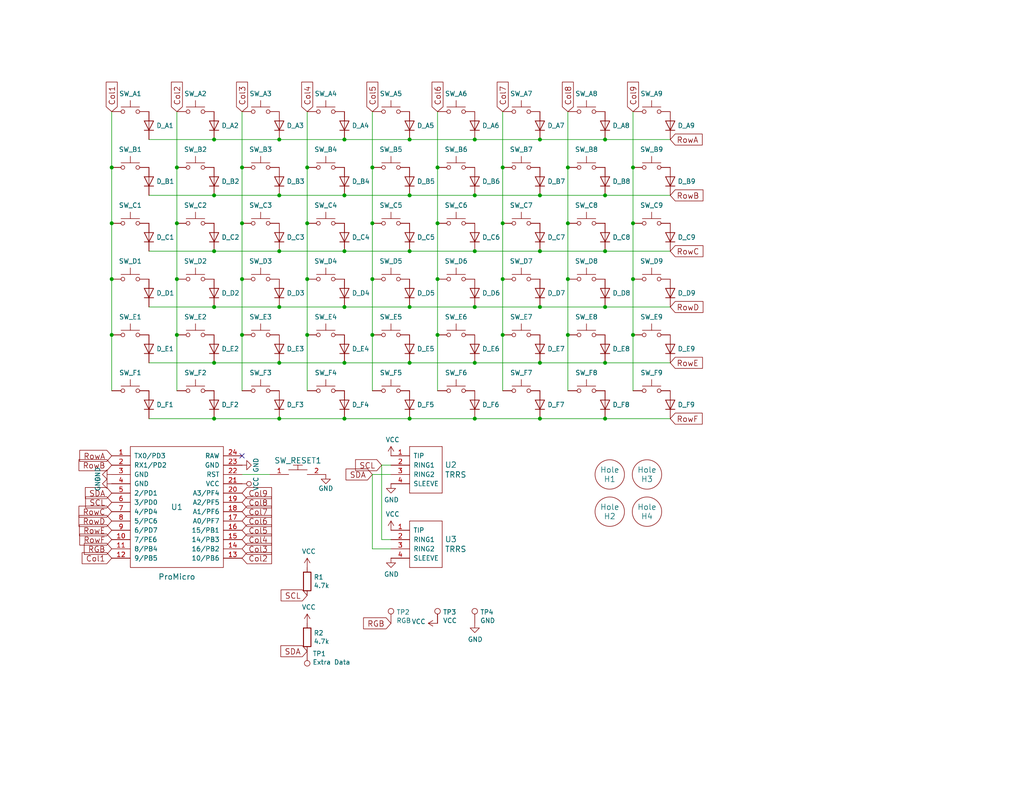
<source format=kicad_sch>
(kicad_sch (version 20230121) (generator eeschema)
  (paper "USLetter")
  (lib_symbols
    (symbol "Switch:SW_Push" (pin_numbers hide) (pin_names (offset 1.016) hide)
      (property "Reference" "SW" (at 1.27 2.54 0))
      (property "Value" "SW_Push" (at 0 -1.524 0))
      (symbol "SW_Push_0_1"
        (circle (center -2.032 0) (radius 0.508))
        (polyline (pts (xy 0 1.27) (xy 0 3.048)))
        (polyline (pts (xy 2.54 1.27) (xy -2.54 1.27)))
        (circle (center 2.032 0) (radius 0.508))
        (pin passive line (at -5.08 0 0) (length 2.54) (name "1") (number "1"))
        (pin passive line (at 5.08 0 180) (length 2.54) (name "2") (number "2"))
      )
    )
    (symbol "bfo9000-rescue:D-device" (pin_numbers hide) (pin_names (offset 1.016) hide)
      (property "Reference" "D" (at 0 2.54 0))
      (property "Value" "D-device" (at 0 -2.54 0))
      (symbol "D-device_0_1"
        (polyline (pts (xy -1.27 1.27) (xy -1.27 -1.27)) (stroke (width 0.2032)))
        (polyline (pts (xy 1.27 0) (xy -1.27 0)))
        (polyline (pts (xy 1.27 1.27) (xy 1.27 -1.27) (xy -1.27 0) (xy 1.27 1.27)) (stroke (width 0.2032)))
      )
      (symbol "D-device_1_1"
        (pin passive line (at -3.81 0 0) (length 2.54) (name "K") (number "1"))
        (pin passive line (at 3.81 0 180) (length 2.54) (name "A") (number "2"))
      )
    )
    (symbol "bfo9000-rescue:GND-RESCUE-bfo9000" (power) (pin_names (offset 0))
      (property "Value" "GND-RESCUE-bfo9000" (at 0 -3.81 0))
      (symbol "GND-RESCUE-bfo9000_0_1"
        (polyline (pts (xy 0 0) (xy 0 -1.27) (xy 1.27 -1.27) (xy 0 -2.54) (xy -1.27 -1.27) (xy 0 -1.27)))
      )
      (symbol "GND-RESCUE-bfo9000_1_1"
        (pin power_in line (at 0 0 270) (length 0) hide (name "GND") (number "1"))
      )
    )
    (symbol "bfo9000-rescue:Hole-RESCUE-bfo9000" (pin_names (offset 1.016))
      (property "Reference" "H" (at 0 -1.27 0))
      (property "Value" "Hole-RESCUE-bfo9000" (at 0 1.27 0))
      (symbol "Hole-RESCUE-bfo9000_0_1"
        (circle (center 0 0) (radius 4.0132))
      )
    )
    (symbol "bfo9000-rescue:ProMicro-RESCUE-bfo9000" (pin_names (offset 1.016))
      (property "Reference" "U" (at 0 0 0))
      (property "Value" "ProMicro-RESCUE-bfo9000" (at 0 -19.05 0))
      (symbol "ProMicro-RESCUE-bfo9000_0_1"
        (rectangle (start -12.7 -16.51) (end 12.7 16.51))
      )
      (symbol "ProMicro-RESCUE-bfo9000_1_1"
        (pin input line (at -17.78 13.97 0) (length 5.08) (name "TX0/PD3") (number "1"))
        (pin input line (at -17.78 -8.89 0) (length 5.08) (name "7/PE6") (number "10"))
        (pin input line (at -17.78 -11.43 0) (length 5.08) (name "8/PB4") (number "11"))
        (pin input line (at -17.78 -13.97 0) (length 5.08) (name "9/PB5") (number "12"))
        (pin input line (at 17.78 -13.97 180) (length 5.08) (name "10/PB6") (number "13"))
        (pin input line (at 17.78 -11.43 180) (length 5.08) (name "16/PB2") (number "14"))
        (pin input line (at 17.78 -8.89 180) (length 5.08) (name "14/PB3") (number "15"))
        (pin input line (at 17.78 -6.35 180) (length 5.08) (name "15/PB1") (number "16"))
        (pin input line (at 17.78 -3.81 180) (length 5.08) (name "A0/PF7") (number "17"))
        (pin input line (at 17.78 -1.27 180) (length 5.08) (name "A1/PF6") (number "18"))
        (pin input line (at 17.78 1.27 180) (length 5.08) (name "A2/PF5") (number "19"))
        (pin input line (at -17.78 11.43 0) (length 5.08) (name "RX1/PD2") (number "2"))
        (pin input line (at 17.78 3.81 180) (length 5.08) (name "A3/PF4") (number "20"))
        (pin input line (at 17.78 6.35 180) (length 5.08) (name "VCC") (number "21"))
        (pin input line (at 17.78 8.89 180) (length 5.08) (name "RST") (number "22"))
        (pin input line (at 17.78 11.43 180) (length 5.08) (name "GND") (number "23"))
        (pin input line (at 17.78 13.97 180) (length 5.08) (name "RAW") (number "24"))
        (pin input line (at -17.78 8.89 0) (length 5.08) (name "GND") (number "3"))
        (pin input line (at -17.78 6.35 0) (length 5.08) (name "GND") (number "4"))
        (pin input line (at -17.78 3.81 0) (length 5.08) (name "2/PD1") (number "5"))
        (pin input line (at -17.78 1.27 0) (length 5.08) (name "3/PD0") (number "6"))
        (pin input line (at -17.78 -1.27 0) (length 5.08) (name "4/PD4") (number "7"))
        (pin input line (at -17.78 -3.81 0) (length 5.08) (name "5/PC6") (number "8"))
        (pin input line (at -17.78 -6.35 0) (length 5.08) (name "6/PD7") (number "9"))
      )
    )
    (symbol "bfo9000-rescue:R-device" (pin_numbers hide) (pin_names (offset 0))
      (property "Reference" "R" (at 2.032 0 90))
      (property "Value" "R-device" (at 0 0 90))
      (symbol "R-device_0_1"
        (rectangle (start -1.016 -2.54) (end 1.016 2.54) (stroke (width 0.254)))
      )
      (symbol "R-device_1_1"
        (pin passive line (at 0 3.81 270) (length 1.27) (name "~") (number "1"))
        (pin passive line (at 0 -3.81 90) (length 1.27) (name "~") (number "2"))
      )
    )
    (symbol "bfo9000-rescue:Switch-RESCUE-bfo9000" (pin_names (offset 1.016))
      (property "Reference" "SW" (at 0 3.81 0))
      (symbol "Switch-RESCUE-bfo9000_0_1"
        (polyline (pts (xy -2.54 1.27) (xy 2.54 1.27)))
        (polyline (pts (xy -1.27 2.54) (xy 1.27 2.54)))
        (polyline (pts (xy 0 2.54) (xy 0 1.27)))
      )
      (symbol "Switch-RESCUE-bfo9000_1_1"
        (pin input line (at -7.62 0 0) (length 5.08) (name "~") (number "1"))
        (pin input line (at 7.62 0 180) (length 5.08) (name "~") (number "2"))
      )
    )
    (symbol "bfo9000-rescue:TRRS-keebio" (pin_names (offset 1.016))
      (property "Reference" "U" (at 0 15.24 0))
      (property "Value" "TRRS-keebio" (at 0 -2.54 0))
      (symbol "TRRS-keebio_0_1"
        (rectangle (start -3.81 0) (end -3.81 12.7))
        (rectangle (start -3.81 12.7) (end 5.08 12.7))
        (rectangle (start 5.08 0) (end -3.81 0))
        (rectangle (start 5.08 12.7) (end 5.08 0))
      )
      (symbol "TRRS-keebio_1_1"
        (pin input line (at -8.89 10.16 0) (length 5.08) (name "TIP") (number "1"))
        (pin input line (at -8.89 7.62 0) (length 5.08) (name "RING1") (number "2"))
        (pin input line (at -8.89 5.08 0) (length 5.08) (name "RING2") (number "3"))
        (pin input line (at -8.89 2.54 0) (length 5.08) (name "SLEEVE") (number "4"))
      )
    )
    (symbol "bfo9000-rescue:Test_Point-Connector" (pin_numbers hide) (pin_names (offset 0.762) hide)
      (property "Reference" "TP" (at 0 6.858 0))
      (property "Value" "Test_Point-Connector" (at 0 5.08 0))
      (symbol "Test_Point-Connector_0_1"
        (circle (center 0 3.302) (radius 0.762))
      )
      (symbol "Test_Point-Connector_1_1"
        (pin passive line (at 0 0 90) (length 2.54) (name "1") (number "1"))
      )
    )
    (symbol "bfo9000-rescue:VCC-RESCUE-bfo9000" (power) (pin_names (offset 0))
      (property "Value" "VCC-RESCUE-bfo9000" (at 0 3.81 0))
      (symbol "VCC-RESCUE-bfo9000_0_1"
        (polyline (pts (xy 0 0) (xy 0 1.27)))
        (circle (center 0 1.905) (radius 0.635))
      )
      (symbol "VCC-RESCUE-bfo9000_1_1"
        (pin power_in line (at 0 0 90) (length 0) hide (name "VCC") (number "1"))
      )
    )
    (symbol "power:GND" (power) (pin_names (offset 0))
      (property "Value" "GND" (at 0 -3.81 0))
      (symbol "GND_0_1"
        (polyline (pts (xy 0 0) (xy 0 -1.27) (xy 1.27 -1.27) (xy 0 -2.54) (xy -1.27 -1.27) (xy 0 -1.27)))
      )
      (symbol "GND_1_1"
        (pin power_in line (at 0 0 270) (length 0) hide (name "GND") (number "1"))
      )
    )
    (symbol "power:VCC" (power) (pin_names (offset 0))
      (property "Value" "VCC" (at 0 3.81 0))
      (symbol "VCC_0_1"
        (polyline (pts (xy -0.762 1.27) (xy 0 2.54)))
        (polyline (pts (xy 0 0) (xy 0 2.54)))
        (polyline (pts (xy 0 2.54) (xy 0.762 1.27)))
      )
      (symbol "VCC_1_1"
        (pin power_in line (at 0 0 90) (length 0) hide (name "VCC") (number "1"))
      )
    )
  )
  (junction (at 101.6 91.44))
  (junction (at 137.16 60.96))
  (junction (at 129.54 99.06))
  (junction (at 172.72 76.2))
  (junction (at 76.2 38.1))
  (junction (at 165.1 99.06))
  (junction (at 111.76 114.3))
  (junction (at 83.82 45.72))
  (junction (at 165.1 38.1))
  (junction (at 154.94 76.2))
  (junction (at 119.38 91.44))
  (junction (at 58.42 83.82))
  (junction (at 48.26 45.72))
  (junction (at 129.54 53.34))
  (junction (at 93.98 114.3))
  (junction (at 165.1 53.34))
  (junction (at 137.16 76.2))
  (junction (at 111.76 53.34))
  (junction (at 172.72 91.44))
  (junction (at 147.32 68.58))
  (junction (at 58.42 114.3))
  (junction (at 76.2 83.82))
  (junction (at 111.76 83.82))
  (junction (at 129.54 83.82))
  (junction (at 129.54 68.58))
  (junction (at 119.38 60.96))
  (junction (at 83.82 91.44))
  (junction (at 93.98 68.58))
  (junction (at 76.2 99.06))
  (junction (at 154.94 45.72))
  (junction (at 137.16 45.72))
  (junction (at 66.04 76.2))
  (junction (at 66.04 91.44))
  (junction (at 111.76 68.58))
  (junction (at 101.6 45.72))
  (junction (at 48.26 91.44))
  (junction (at 101.6 76.2))
  (junction (at 30.48 60.96))
  (junction (at 147.32 38.1))
  (junction (at 58.42 68.58))
  (junction (at 129.54 114.3))
  (junction (at 111.76 99.06))
  (junction (at 58.42 99.06))
  (junction (at 66.04 45.72))
  (junction (at 83.82 76.2))
  (junction (at 93.98 83.82))
  (junction (at 30.48 45.72))
  (junction (at 147.32 83.82))
  (junction (at 48.26 60.96))
  (junction (at 93.98 53.34))
  (junction (at 165.1 83.82))
  (junction (at 58.42 53.34))
  (junction (at 147.32 114.3))
  (junction (at 76.2 68.58))
  (junction (at 172.72 60.96))
  (junction (at 93.98 38.1))
  (junction (at 66.04 60.96))
  (junction (at 129.54 38.1))
  (junction (at 76.2 53.34))
  (junction (at 154.94 91.44))
  (junction (at 101.6 60.96))
  (junction (at 111.76 38.1))
  (junction (at 30.48 76.2))
  (junction (at 58.42 38.1))
  (junction (at 76.2 114.3))
  (junction (at 165.1 114.3))
  (junction (at 119.38 45.72))
  (junction (at 172.72 45.72))
  (junction (at 83.82 60.96))
  (junction (at 137.16 91.44))
  (junction (at 165.1 68.58))
  (junction (at 93.98 99.06))
  (junction (at 30.48 91.44))
  (junction (at 48.26 76.2))
  (junction (at 119.38 76.2))
  (junction (at 147.32 53.34))
  (junction (at 147.32 99.06))
  (junction (at 154.94 60.96))
  (no_connect (at 66.04 124.46))
  (wire (pts (xy 147.32 83.82) (xy 129.54 83.82)))
  (wire (pts (xy 172.72 91.44) (xy 172.72 106.68)))
  (wire (pts (xy 165.1 114.3) (xy 147.32 114.3)))
  (wire (pts (xy 104.14 147.32) (xy 104.14 127)))
  (wire (pts (xy 101.6 149.86) (xy 106.68 149.86)))
  (wire (pts (xy 30.48 60.96) (xy 30.48 45.72)))
  (wire (pts (xy 76.2 38.1) (xy 93.98 38.1)))
  (wire (pts (xy 93.98 68.58) (xy 111.76 68.58)))
  (wire (pts (xy 119.38 60.96) (xy 119.38 45.72)))
  (wire (pts (xy 154.94 91.44) (xy 154.94 76.2)))
  (wire (pts (xy 66.04 106.68) (xy 66.04 91.44)))
  (wire (pts (xy 48.26 45.72) (xy 48.26 30.48)))
  (wire (pts (xy 129.54 53.34) (xy 147.32 53.34)))
  (wire (pts (xy 83.82 45.72) (xy 83.82 30.48)))
  (wire (pts (xy 76.2 83.82) (xy 58.42 83.82)))
  (wire (pts (xy 129.54 68.58) (xy 147.32 68.58)))
  (wire (pts (xy 147.32 99.06) (xy 165.1 99.06)))
  (wire (pts (xy 129.54 99.06) (xy 147.32 99.06)))
  (wire (pts (xy 106.68 129.54) (xy 101.6 129.54)))
  (wire (pts (xy 73.66 129.54) (xy 66.04 129.54)))
  (wire (pts (xy 30.48 106.68) (xy 30.48 91.44)))
  (wire (pts (xy 165.1 68.58) (xy 182.88 68.58)))
  (wire (pts (xy 101.6 129.54) (xy 101.6 149.86)))
  (wire (pts (xy 93.98 83.82) (xy 76.2 83.82)))
  (wire (pts (xy 119.38 106.68) (xy 119.38 91.44)))
  (wire (pts (xy 83.82 106.68) (xy 83.82 91.44)))
  (wire (pts (xy 104.14 127) (xy 106.68 127)))
  (wire (pts (xy 93.98 99.06) (xy 111.76 99.06)))
  (wire (pts (xy 76.2 99.06) (xy 93.98 99.06)))
  (wire (pts (xy 58.42 83.82) (xy 40.64 83.82)))
  (wire (pts (xy 172.72 76.2) (xy 172.72 91.44)))
  (wire (pts (xy 154.94 76.2) (xy 154.94 60.96)))
  (wire (pts (xy 30.48 91.44) (xy 30.48 76.2)))
  (wire (pts (xy 111.76 83.82) (xy 93.98 83.82)))
  (wire (pts (xy 137.16 91.44) (xy 137.16 76.2)))
  (wire (pts (xy 66.04 91.44) (xy 66.04 76.2)))
  (wire (pts (xy 83.82 91.44) (xy 83.82 76.2)))
  (wire (pts (xy 48.26 60.96) (xy 48.26 45.72)))
  (wire (pts (xy 66.04 60.96) (xy 66.04 45.72)))
  (wire (pts (xy 111.76 53.34) (xy 129.54 53.34)))
  (wire (pts (xy 66.04 76.2) (xy 66.04 60.96)))
  (wire (pts (xy 154.94 60.96) (xy 154.94 45.72)))
  (wire (pts (xy 93.98 114.3) (xy 76.2 114.3)))
  (wire (pts (xy 58.42 38.1) (xy 76.2 38.1)))
  (wire (pts (xy 165.1 83.82) (xy 147.32 83.82)))
  (wire (pts (xy 101.6 91.44) (xy 101.6 76.2)))
  (wire (pts (xy 182.88 114.3) (xy 165.1 114.3)))
  (wire (pts (xy 30.48 45.72) (xy 30.48 30.48)))
  (wire (pts (xy 76.2 114.3) (xy 58.42 114.3)))
  (wire (pts (xy 111.76 68.58) (xy 129.54 68.58)))
  (wire (pts (xy 165.1 53.34) (xy 182.88 53.34)))
  (wire (pts (xy 76.2 68.58) (xy 93.98 68.58)))
  (wire (pts (xy 111.76 38.1) (xy 129.54 38.1)))
  (wire (pts (xy 147.32 53.34) (xy 165.1 53.34)))
  (wire (pts (xy 154.94 45.72) (xy 154.94 30.48)))
  (wire (pts (xy 48.26 91.44) (xy 48.26 76.2)))
  (wire (pts (xy 172.72 45.72) (xy 172.72 60.96)))
  (wire (pts (xy 83.82 60.96) (xy 83.82 45.72)))
  (wire (pts (xy 129.54 114.3) (xy 111.76 114.3)))
  (wire (pts (xy 106.68 147.32) (xy 104.14 147.32)))
  (wire (pts (xy 40.64 99.06) (xy 58.42 99.06)))
  (wire (pts (xy 147.32 38.1) (xy 165.1 38.1)))
  (wire (pts (xy 101.6 45.72) (xy 101.6 30.48)))
  (wire (pts (xy 111.76 114.3) (xy 93.98 114.3)))
  (wire (pts (xy 58.42 53.34) (xy 76.2 53.34)))
  (wire (pts (xy 30.48 76.2) (xy 30.48 60.96)))
  (wire (pts (xy 165.1 38.1) (xy 182.88 38.1)))
  (wire (pts (xy 58.42 99.06) (xy 76.2 99.06)))
  (wire (pts (xy 101.6 60.96) (xy 101.6 45.72)))
  (wire (pts (xy 93.98 53.34) (xy 111.76 53.34)))
  (wire (pts (xy 137.16 76.2) (xy 137.16 60.96)))
  (wire (pts (xy 48.26 76.2) (xy 48.26 60.96)))
  (wire (pts (xy 172.72 60.96) (xy 172.72 76.2)))
  (wire (pts (xy 48.26 106.68) (xy 48.26 91.44)))
  (wire (pts (xy 129.54 38.1) (xy 147.32 38.1)))
  (wire (pts (xy 111.76 99.06) (xy 129.54 99.06)))
  (wire (pts (xy 40.64 38.1) (xy 58.42 38.1)))
  (wire (pts (xy 66.04 45.72) (xy 66.04 30.48)))
  (wire (pts (xy 40.64 68.58) (xy 58.42 68.58)))
  (wire (pts (xy 101.6 76.2) (xy 101.6 60.96)))
  (wire (pts (xy 40.64 53.34) (xy 58.42 53.34)))
  (wire (pts (xy 147.32 114.3) (xy 129.54 114.3)))
  (wire (pts (xy 83.82 76.2) (xy 83.82 60.96)))
  (wire (pts (xy 154.94 106.68) (xy 154.94 91.44)))
  (wire (pts (xy 147.32 68.58) (xy 165.1 68.58)))
  (wire (pts (xy 165.1 99.06) (xy 182.88 99.06)))
  (wire (pts (xy 119.38 76.2) (xy 119.38 60.96)))
  (wire (pts (xy 101.6 106.68) (xy 101.6 91.44)))
  (wire (pts (xy 137.16 60.96) (xy 137.16 45.72)))
  (wire (pts (xy 137.16 106.68) (xy 137.16 91.44)))
  (wire (pts (xy 172.72 30.48) (xy 172.72 45.72)))
  (wire (pts (xy 93.98 38.1) (xy 111.76 38.1)))
  (wire (pts (xy 58.42 114.3) (xy 40.64 114.3)))
  (wire (pts (xy 119.38 45.72) (xy 119.38 30.48)))
  (wire (pts (xy 119.38 91.44) (xy 119.38 76.2)))
  (wire (pts (xy 182.88 83.82) (xy 165.1 83.82)))
  (wire (pts (xy 76.2 53.34) (xy 93.98 53.34)))
  (wire (pts (xy 137.16 45.72) (xy 137.16 30.48)))
  (wire (pts (xy 58.42 68.58) (xy 76.2 68.58)))
  (wire (pts (xy 129.54 83.82) (xy 111.76 83.82)))
  (global_label "Col1" (shape input) (at 30.48 30.48 90) (effects (font (size 1.524 1.524))) (property "Intersheetrefs" "${INTERSHEET_REFS}" (effects hide)))
  (global_label "Col7" (shape input) (at 137.16 30.48 90) (effects (font (size 1.524 1.524))) (property "Intersheetrefs" "${INTERSHEET_REFS}" (effects hide)))
  (global_label "RowD" (shape input) (at 30.48 142.24 180) (effects (font (size 1.524 1.524))) (property "Intersheetrefs" "${INTERSHEET_REFS}" (effects hide)))
  (global_label "RowB" (shape input) (at 182.88 53.34 0) (effects (font (size 1.524 1.524))) (property "Intersheetrefs" "${INTERSHEET_REFS}" (effects hide)))
  (global_label "RowC" (shape input) (at 182.88 68.58 0) (effects (font (size 1.524 1.524))) (property "Intersheetrefs" "${INTERSHEET_REFS}" (effects hide)))
  (global_label "Col4" (shape input) (at 66.04 147.32 0) (effects (font (size 1.524 1.524))) (property "Intersheetrefs" "${INTERSHEET_REFS}" (effects hide)))
  (global_label "Col9" (shape input) (at 172.72 30.48 90) (effects (font (size 1.524 1.524))) (property "Intersheetrefs" "${INTERSHEET_REFS}" (effects hide)))
  (global_label "Col6" (shape input) (at 66.04 142.24 0) (effects (font (size 1.524 1.524))) (property "Intersheetrefs" "${INTERSHEET_REFS}" (effects hide)))
  (global_label "Col6" (shape input) (at 119.38 30.48 90) (effects (font (size 1.524 1.524))) (property "Intersheetrefs" "${INTERSHEET_REFS}" (effects hide)))
  (global_label "RGB" (shape input) (at 30.48 149.86 180) (effects (font (size 1.524 1.524))) (property "Intersheetrefs" "${INTERSHEET_REFS}" (effects hide)))
  (global_label "Col8" (shape input) (at 66.04 137.16 0) (effects (font (size 1.524 1.524))) (property "Intersheetrefs" "${INTERSHEET_REFS}" (effects hide)))
  (global_label "RowF" (shape input) (at 182.88 114.3 0) (effects (font (size 1.524 1.524))) (property "Intersheetrefs" "${INTERSHEET_REFS}" (effects hide)))
  (global_label "Col4" (shape input) (at 83.82 30.48 90) (effects (font (size 1.524 1.524))) (property "Intersheetrefs" "${INTERSHEET_REFS}" (effects hide)))
  (global_label "Col2" (shape input) (at 48.26 30.48 90) (effects (font (size 1.524 1.524))) (property "Intersheetrefs" "${INTERSHEET_REFS}" (effects hide)))
  (global_label "Col8" (shape input) (at 154.94 30.48 90) (effects (font (size 1.524 1.524))) (property "Intersheetrefs" "${INTERSHEET_REFS}" (effects hide)))
  (global_label "RowA" (shape input) (at 30.48 124.46 180) (effects (font (size 1.524 1.524))) (property "Intersheetrefs" "${INTERSHEET_REFS}" (effects hide)))
  (global_label "Col3" (shape input) (at 66.04 30.48 90) (effects (font (size 1.524 1.524))) (property "Intersheetrefs" "${INTERSHEET_REFS}" (effects hide)))
  (global_label "SDA" (shape input) (at 30.48 134.62 180) (effects (font (size 1.524 1.524))) (property "Intersheetrefs" "${INTERSHEET_REFS}" (effects hide)))
  (global_label "SCL" (shape input) (at 104.14 127 180) (effects (font (size 1.524 1.524))) (property "Intersheetrefs" "${INTERSHEET_REFS}" (effects hide)))
  (global_label "SCL" (shape input) (at 30.48 137.16 180) (effects (font (size 1.524 1.524))) (property "Intersheetrefs" "${INTERSHEET_REFS}" (effects hide)))
  (global_label "RowC" (shape input) (at 30.48 139.7 180) (effects (font (size 1.524 1.524))) (property "Intersheetrefs" "${INTERSHEET_REFS}" (effects hide)))
  (global_label "Col1" (shape input) (at 30.48 152.4 180) (effects (font (size 1.524 1.524))) (property "Intersheetrefs" "${INTERSHEET_REFS}" (effects hide)))
  (global_label "Col2" (shape input) (at 66.04 152.4 0) (effects (font (size 1.524 1.524))) (property "Intersheetrefs" "${INTERSHEET_REFS}" (effects hide)))
  (global_label "RowA" (shape input) (at 182.88 38.1 0) (effects (font (size 1.524 1.524))) (property "Intersheetrefs" "${INTERSHEET_REFS}" (effects hide)))
  (global_label "RowE" (shape input) (at 182.88 99.06 0) (effects (font (size 1.524 1.524))) (property "Intersheetrefs" "${INTERSHEET_REFS}" (effects hide)))
  (global_label "SDA" (shape input) (at 101.6 129.54 180) (effects (font (size 1.524 1.524))) (property "Intersheetrefs" "${INTERSHEET_REFS}" (effects hide)))
  (global_label "Col7" (shape input) (at 66.04 139.7 0) (effects (font (size 1.524 1.524))) (property "Intersheetrefs" "${INTERSHEET_REFS}" (effects hide)))
  (global_label "SCL" (shape input) (at 83.82 162.56 180) (effects (font (size 1.524 1.524))) (property "Intersheetrefs" "${INTERSHEET_REFS}" (effects hide)))
  (global_label "Col5" (shape input) (at 101.6 30.48 90) (effects (font (size 1.524 1.524))) (property "Intersheetrefs" "${INTERSHEET_REFS}" (effects hide)))
  (global_label "RGB" (shape input) (at 106.68 170.18 180) (effects (font (size 1.524 1.524))) (property "Intersheetrefs" "${INTERSHEET_REFS}" (effects hide)))
  (global_label "RowB" (shape input) (at 30.48 127 180) (effects (font (size 1.524 1.524))) (property "Intersheetrefs" "${INTERSHEET_REFS}" (effects hide)))
  (global_label "RowD" (shape input) (at 182.88 83.82 0) (effects (font (size 1.524 1.524))) (property "Intersheetrefs" "${INTERSHEET_REFS}" (effects hide)))
  (global_label "RowE" (shape input) (at 30.48 144.78 180) (effects (font (size 1.524 1.524))) (property "Intersheetrefs" "${INTERSHEET_REFS}" (effects hide)))
  (global_label "Col3" (shape input) (at 66.04 149.86 0) (effects (font (size 1.524 1.524))) (property "Intersheetrefs" "${INTERSHEET_REFS}" (effects hide)))
  (global_label "SDA" (shape input) (at 83.82 177.8 180) (effects (font (size 1.524 1.524))) (property "Intersheetrefs" "${INTERSHEET_REFS}" (effects hide)))
  (global_label "Col9" (shape input) (at 66.04 134.62 0) (effects (font (size 1.524 1.524))) (property "Intersheetrefs" "${INTERSHEET_REFS}" (effects hide)))
  (global_label "RowF" (shape input) (at 30.48 147.32 180) (effects (font (size 1.524 1.524))) (property "Intersheetrefs" "${INTERSHEET_REFS}" (effects hide)))
  (global_label "Col5" (shape input) (at 66.04 144.78 0) (effects (font (size 1.524 1.524))) (property "Intersheetrefs" "${INTERSHEET_REFS}" (effects hide)))
  (symbol (lib_id "bfo9000-rescue:ProMicro-RESCUE-bfo9000") (at 48.26 138.43 0) (unit 1)
    (property "Reference" "U1" (at 48.26 138.43 0) (effects (font (size 1.524 1.524))))
    (property "Value" "ProMicro" (at 48.26 157.48 0) (effects (font (size 1.524 1.524))))
    (property "Footprint" "Keebio-Parts:ArduinoProMicro-ZigZag" (effects hide))
  )
  (symbol (lib_id "bfo9000-rescue:GND-RESCUE-bfo9000") (at 30.48 129.54 270) (unit 1)
    (property "Reference" "#PWR07" (effects hide))
    (property "Value" "GND" (at 26.67 129.54 0))
  )
  (symbol (lib_id "bfo9000-rescue:GND-RESCUE-bfo9000") (at 30.48 132.08 270) (unit 1)
    (property "Reference" "#PWR08" (effects hide))
    (property "Value" "GND" (at 26.67 132.08 0))
  )
  (symbol (lib_id "bfo9000-rescue:GND-RESCUE-bfo9000") (at 66.04 127 90) (unit 1)
    (property "Reference" "#PWR09" (effects hide))
    (property "Value" "GND" (at 69.85 127 0))
  )
  (symbol (lib_id "bfo9000-rescue:Switch-RESCUE-bfo9000") (at 81.28 129.54 0) (unit 1)
    (property "Reference" "SW_RESET1" (at 81.28 125.73 0) (effects (font (size 1.524 1.524))))
    (property "Value" "Reset" (effects hide))
    (property "Footprint" "Keebio-Parts:SW_SPST_TL3342" (effects hide))
  )
  (symbol (lib_id "bfo9000-rescue:GND-RESCUE-bfo9000") (at 88.9 129.54 0) (unit 1)
    (property "Reference" "#PWR011" (effects hide))
    (property "Value" "GND" (at 88.9 133.35 0))
  )
  (symbol (lib_id "bfo9000-rescue:VCC-RESCUE-bfo9000") (at 66.04 132.08 270) (unit 1)
    (property "Reference" "#PWR010" (effects hide))
    (property "Value" "VCC" (at 69.85 132.08 0))
  )
  (symbol (lib_id "bfo9000-rescue:Hole-RESCUE-bfo9000") (at 166.37 129.54 0) (unit 1)
    (property "Reference" "H1" (at 166.37 130.81 0) (effects (font (size 1.524 1.524))))
    (property "Value" "Hole" (at 166.37 128.27 0) (effects (font (size 1.524 1.524))))
    (property "Footprint" "Mounting_Holes:MountingHole_4mm" (effects hide))
  )
  (symbol (lib_id "bfo9000-rescue:Hole-RESCUE-bfo9000") (at 176.53 129.54 0) (unit 1)
    (property "Reference" "H3" (at 176.53 130.81 0) (effects (font (size 1.524 1.524))))
    (property "Value" "Hole" (at 176.53 128.27 0) (effects (font (size 1.524 1.524))))
    (property "Footprint" "Mounting_Holes:MountingHole_4mm" (effects hide))
  )
  (symbol (lib_id "bfo9000-rescue:Hole-RESCUE-bfo9000") (at 166.37 139.7 0) (unit 1)
    (property "Reference" "H2" (at 166.37 140.97 0) (effects (font (size 1.524 1.524))))
    (property "Value" "Hole" (at 166.37 138.43 0) (effects (font (size 1.524 1.524))))
    (property "Footprint" "Mounting_Holes:MountingHole_4mm" (effects hide))
  )
  (symbol (lib_id "bfo9000-rescue:Hole-RESCUE-bfo9000") (at 176.53 139.7 0) (unit 1)
    (property "Reference" "H4" (at 176.53 140.97 0) (effects (font (size 1.524 1.524))))
    (property "Value" "Hole" (at 176.53 138.43 0) (effects (font (size 1.524 1.524))))
    (property "Footprint" "Mounting_Holes:MountingHole_4mm" (effects hide))
  )
  (symbol (lib_id "bfo9000-rescue:TRRS-keebio") (at 115.57 134.62 0) (unit 1)
    (property "Reference" "U2" (at 121.3612 126.9238 0) (effects (font (size 1.524 1.524)) (justify left)))
    (property "Value" "TRRS" (at 121.3612 129.6162 0) (effects (font (size 1.524 1.524)) (justify left)))
    (property "Footprint" "Keebio-Parts:TRRS-PJ-320A" (effects hide))
  )
  (symbol (lib_id "bfo9000-rescue:TRRS-keebio") (at 115.57 154.94 0) (unit 1)
    (property "Reference" "U3" (at 121.3612 147.2438 0) (effects (font (size 1.524 1.524)) (justify left)))
    (property "Value" "TRRS" (at 121.3612 149.9362 0) (effects (font (size 1.524 1.524)) (justify left)))
    (property "Footprint" "Keebio-Parts:TRRS-PJ-320A" (effects hide))
  )
  (symbol (lib_id "power:VCC") (at 106.68 124.46 0) (unit 1)
    (property "Reference" "#PWR01" (effects hide))
    (property "Value" "VCC" (at 107.1118 120.0658 0))
  )
  (symbol (lib_id "power:VCC") (at 106.68 144.78 0) (unit 1)
    (property "Reference" "#PWR03" (effects hide))
    (property "Value" "VCC" (at 107.1118 140.3858 0))
  )
  (symbol (lib_id "power:GND") (at 106.68 152.4 0) (unit 1)
    (property "Reference" "#PWR04" (effects hide))
    (property "Value" "GND" (at 106.807 156.7942 0))
  )
  (symbol (lib_id "power:GND") (at 106.68 132.08 0) (unit 1)
    (property "Reference" "#PWR02" (effects hide))
    (property "Value" "GND" (at 106.807 136.4742 0))
  )
  (symbol (lib_id "Switch:SW_Push") (at 35.56 30.48 0) (unit 1)
    (property "Reference" "SW_A1" (at 35.56 25.5778 0))
    (property "Value" "SW_Push" (effects hide))
    (property "Footprint" "Keebio-Parts:MX-Alps-Choc-1U-NoLED-Alt" (effects hide))
  )
  (symbol (lib_id "bfo9000-rescue:D-device") (at 40.64 34.29 90) (unit 1)
    (property "Reference" "D_A1" (at 42.6466 34.29 90) (effects (justify right)))
    (property "Value" "D" (effects hide))
    (property "Footprint" "Keebio-Parts:Diode-Hybrid-Back" (effects hide))
  )
  (symbol (lib_id "Switch:SW_Push") (at 35.56 45.72 0) (unit 1)
    (property "Reference" "SW_B1" (at 35.56 40.8178 0))
    (property "Value" "SW_Push" (effects hide))
    (property "Footprint" "Keebio-Parts:MX-Alps-Choc-1U-NoLED-Alt" (effects hide))
  )
  (symbol (lib_id "bfo9000-rescue:D-device") (at 40.64 49.53 90) (unit 1)
    (property "Reference" "D_B1" (at 42.6466 49.53 90) (effects (justify right)))
    (property "Value" "D" (effects hide))
    (property "Footprint" "Keebio-Parts:Diode-Hybrid-Back" (effects hide))
  )
  (symbol (lib_id "Switch:SW_Push") (at 35.56 60.96 0) (unit 1)
    (property "Reference" "SW_C1" (at 35.56 56.0578 0))
    (property "Value" "SW_Push" (effects hide))
    (property "Footprint" "Keebio-Parts:MX-Alps-Choc-1U-NoLED-Alt" (effects hide))
  )
  (symbol (lib_id "bfo9000-rescue:D-device") (at 40.64 64.77 90) (unit 1)
    (property "Reference" "D_C1" (at 42.6466 64.77 90) (effects (justify right)))
    (property "Value" "D" (effects hide))
    (property "Footprint" "Keebio-Parts:Diode-Hybrid-Back" (effects hide))
  )
  (symbol (lib_id "Switch:SW_Push") (at 35.56 76.2 0) (unit 1)
    (property "Reference" "SW_D1" (at 35.56 71.2978 0))
    (property "Value" "SW_Push" (effects hide))
    (property "Footprint" "Keebio-Parts:MX-Alps-Choc-1U-NoLED-Alt" (effects hide))
  )
  (symbol (lib_id "bfo9000-rescue:D-device") (at 40.64 80.01 90) (unit 1)
    (property "Reference" "D_D1" (at 42.6466 80.01 90) (effects (justify right)))
    (property "Value" "D" (effects hide))
    (property "Footprint" "Keebio-Parts:Diode-Hybrid-Back" (effects hide))
  )
  (symbol (lib_id "Switch:SW_Push") (at 35.56 91.44 0) (unit 1)
    (property "Reference" "SW_E1" (at 35.56 86.5378 0))
    (property "Value" "SW_Push" (effects hide))
    (property "Footprint" "Keebio-Parts:MX-Alps-Choc-1U-NoLED-Alt" (effects hide))
  )
  (symbol (lib_id "bfo9000-rescue:D-device") (at 40.64 95.25 90) (unit 1)
    (property "Reference" "D_E1" (at 42.6466 95.25 90) (effects (justify right)))
    (property "Value" "D" (effects hide))
    (property "Footprint" "Keebio-Parts:Diode-Hybrid-Back" (effects hide))
  )
  (symbol (lib_id "Switch:SW_Push") (at 35.56 106.68 0) (unit 1)
    (property "Reference" "SW_F1" (at 35.56 101.7778 0))
    (property "Value" "SW_Push" (effects hide))
    (property "Footprint" "Keebio-Parts:MX-Alps-Choc-1U-NoLED-Alt" (effects hide))
  )
  (symbol (lib_id "bfo9000-rescue:D-device") (at 40.64 110.49 90) (unit 1)
    (property "Reference" "D_F1" (at 42.6466 110.49 90) (effects (justify right)))
    (property "Value" "D" (effects hide))
    (property "Footprint" "Keebio-Parts:Diode-Hybrid-Back" (effects hide))
  )
  (symbol (lib_id "Switch:SW_Push") (at 53.34 30.48 0) (unit 1)
    (property "Reference" "SW_A2" (at 53.34 25.5778 0))
    (property "Value" "SW_Push" (effects hide))
    (property "Footprint" "Keebio-Parts:MX-Alps-Choc-1U-NoLED-Alt" (effects hide))
  )
  (symbol (lib_id "bfo9000-rescue:D-device") (at 58.42 34.29 90) (unit 1)
    (property "Reference" "D_A2" (at 60.4266 34.29 90) (effects (justify right)))
    (property "Value" "D" (effects hide))
    (property "Footprint" "Keebio-Parts:Diode-Hybrid-Back" (effects hide))
  )
  (symbol (lib_id "Switch:SW_Push") (at 53.34 45.72 0) (unit 1)
    (property "Reference" "SW_B2" (at 53.34 40.8178 0))
    (property "Value" "SW_Push" (effects hide))
    (property "Footprint" "Keebio-Parts:MX-Alps-Choc-1U-NoLED-Alt" (effects hide))
  )
  (symbol (lib_id "bfo9000-rescue:D-device") (at 58.42 49.53 90) (unit 1)
    (property "Reference" "D_B2" (at 60.4266 49.53 90) (effects (justify right)))
    (property "Value" "D" (effects hide))
    (property "Footprint" "Keebio-Parts:Diode-Hybrid-Back" (effects hide))
  )
  (symbol (lib_id "Switch:SW_Push") (at 53.34 60.96 0) (unit 1)
    (property "Reference" "SW_C2" (at 53.34 56.0578 0))
    (property "Value" "SW_Push" (effects hide))
    (property "Footprint" "Keebio-Parts:MX-Alps-Choc-1U-NoLED-Alt" (effects hide))
  )
  (symbol (lib_id "bfo9000-rescue:D-device") (at 58.42 64.77 90) (unit 1)
    (property "Reference" "D_C2" (at 60.4266 64.77 90) (effects (justify right)))
    (property "Value" "D" (effects hide))
    (property "Footprint" "Keebio-Parts:Diode-Hybrid-Back" (effects hide))
  )
  (symbol (lib_id "Switch:SW_Push") (at 53.34 76.2 0) (unit 1)
    (property "Reference" "SW_D2" (at 53.34 71.2978 0))
    (property "Value" "SW_Push" (effects hide))
    (property "Footprint" "Keebio-Parts:MX-Alps-Choc-1U-NoLED-Alt" (effects hide))
  )
  (symbol (lib_id "bfo9000-rescue:D-device") (at 58.42 80.01 90) (unit 1)
    (property "Reference" "D_D2" (at 60.4266 80.01 90) (effects (justify right)))
    (property "Value" "D" (effects hide))
    (property "Footprint" "Keebio-Parts:Diode-Hybrid-Back" (effects hide))
  )
  (symbol (lib_id "Switch:SW_Push") (at 53.34 91.44 0) (unit 1)
    (property "Reference" "SW_E2" (at 53.34 86.5378 0))
    (property "Value" "SW_Push" (effects hide))
    (property "Footprint" "Keebio-Parts:MX-Alps-Choc-1U-NoLED-Alt" (effects hide))
  )
  (symbol (lib_id "bfo9000-rescue:D-device") (at 58.42 95.25 90) (unit 1)
    (property "Reference" "D_E2" (at 60.4266 95.25 90) (effects (justify right)))
    (property "Value" "D" (effects hide))
    (property "Footprint" "Keebio-Parts:Diode-Hybrid-Back" (effects hide))
  )
  (symbol (lib_id "Switch:SW_Push") (at 53.34 106.68 0) (unit 1)
    (property "Reference" "SW_F2" (at 53.34 101.7778 0))
    (property "Value" "SW_Push" (effects hide))
    (property "Footprint" "Keebio-Parts:MX-Alps-Choc-1U-NoLED-Alt" (effects hide))
  )
  (symbol (lib_id "bfo9000-rescue:D-device") (at 58.42 110.49 90) (unit 1)
    (property "Reference" "D_F2" (at 60.4266 110.49 90) (effects (justify right)))
    (property "Value" "D" (effects hide))
    (property "Footprint" "Keebio-Parts:Diode-Hybrid-Back" (effects hide))
  )
  (symbol (lib_id "Switch:SW_Push") (at 71.12 30.48 0) (unit 1)
    (property "Reference" "SW_A3" (at 71.12 25.5778 0))
    (property "Value" "SW_Push" (effects hide))
    (property "Footprint" "Keebio-Parts:MX-Alps-Choc-1U-NoLED-Alt" (effects hide))
  )
  (symbol (lib_id "bfo9000-rescue:D-device") (at 76.2 34.29 90) (unit 1)
    (property "Reference" "D_A3" (at 78.2066 34.29 90) (effects (justify right)))
    (property "Value" "D" (effects hide))
    (property "Footprint" "Keebio-Parts:Diode-Hybrid-Back" (effects hide))
  )
  (symbol (lib_id "Switch:SW_Push") (at 71.12 45.72 0) (unit 1)
    (property "Reference" "SW_B3" (at 71.12 40.8178 0))
    (property "Value" "SW_Push" (effects hide))
    (property "Footprint" "Keebio-Parts:MX-Alps-Choc-1U-NoLED-Alt" (effects hide))
  )
  (symbol (lib_id "bfo9000-rescue:D-device") (at 76.2 49.53 90) (unit 1)
    (property "Reference" "D_B3" (at 78.2066 49.53 90) (effects (justify right)))
    (property "Value" "D" (effects hide))
    (property "Footprint" "Keebio-Parts:Diode-Hybrid-Back" (effects hide))
  )
  (symbol (lib_id "Switch:SW_Push") (at 71.12 60.96 0) (unit 1)
    (property "Reference" "SW_C3" (at 71.12 56.0578 0))
    (property "Value" "SW_Push" (effects hide))
    (property "Footprint" "Keebio-Parts:MX-Alps-Choc-1U-NoLED-Alt" (effects hide))
  )
  (symbol (lib_id "bfo9000-rescue:D-device") (at 76.2 64.77 90) (unit 1)
    (property "Reference" "D_C3" (at 78.2066 64.77 90) (effects (justify right)))
    (property "Value" "D" (effects hide))
    (property "Footprint" "Keebio-Parts:Diode-Hybrid-Back" (effects hide))
  )
  (symbol (lib_id "Switch:SW_Push") (at 71.12 76.2 0) (unit 1)
    (property "Reference" "SW_D3" (at 71.12 71.2978 0))
    (property "Value" "SW_Push" (effects hide))
    (property "Footprint" "Keebio-Parts:MX-Alps-Choc-1U-NoLED-Alt" (effects hide))
  )
  (symbol (lib_id "bfo9000-rescue:D-device") (at 76.2 80.01 90) (unit 1)
    (property "Reference" "D_D3" (at 78.2066 80.01 90) (effects (justify right)))
    (property "Value" "D" (effects hide))
    (property "Footprint" "Keebio-Parts:Diode-Hybrid-Back" (effects hide))
  )
  (symbol (lib_id "Switch:SW_Push") (at 71.12 91.44 0) (unit 1)
    (property "Reference" "SW_E3" (at 71.12 86.5378 0))
    (property "Value" "SW_Push" (effects hide))
    (property "Footprint" "Keebio-Parts:MX-Alps-Choc-1U-NoLED-Alt" (effects hide))
  )
  (symbol (lib_id "bfo9000-rescue:D-device") (at 76.2 95.25 90) (unit 1)
    (property "Reference" "D_E3" (at 78.2066 95.25 90) (effects (justify right)))
    (property "Value" "D" (effects hide))
    (property "Footprint" "Keebio-Parts:Diode-Hybrid-Back" (effects hide))
  )
  (symbol (lib_id "Switch:SW_Push") (at 71.12 106.68 0) (unit 1)
    (property "Reference" "SW_F3" (at 71.12 101.7778 0))
    (property "Value" "SW_Push" (effects hide))
    (property "Footprint" "Keebio-Parts:MX-Alps-Choc-1U-NoLED-Alt" (effects hide))
  )
  (symbol (lib_id "bfo9000-rescue:D-device") (at 76.2 110.49 90) (unit 1)
    (property "Reference" "D_F3" (at 78.2066 110.49 90) (effects (justify right)))
    (property "Value" "D" (effects hide))
    (property "Footprint" "Keebio-Parts:Diode-Hybrid-Back" (effects hide))
  )
  (symbol (lib_id "Switch:SW_Push") (at 88.9 30.48 0) (unit 1)
    (property "Reference" "SW_A4" (at 88.9 25.5778 0))
    (property "Value" "SW_Push" (effects hide))
    (property "Footprint" "Keebio-Parts:MX-Alps-Choc-1U-NoLED-Alt" (effects hide))
  )
  (symbol (lib_id "bfo9000-rescue:D-device") (at 93.98 34.29 90) (unit 1)
    (property "Reference" "D_A4" (at 95.9866 34.29 90) (effects (justify right)))
    (property "Value" "D" (effects hide))
    (property "Footprint" "Keebio-Parts:Diode-Hybrid-Back" (effects hide))
  )
  (symbol (lib_id "Switch:SW_Push") (at 88.9 45.72 0) (unit 1)
    (property "Reference" "SW_B4" (at 88.9 40.8178 0))
    (property "Value" "SW_Push" (effects hide))
    (property "Footprint" "Keebio-Parts:MX-Alps-Choc-1U-NoLED-Alt" (effects hide))
  )
  (symbol (lib_id "bfo9000-rescue:D-device") (at 93.98 49.53 90) (unit 1)
    (property "Reference" "D_B4" (at 95.9866 49.53 90) (effects (justify right)))
    (property "Value" "D" (effects hide))
    (property "Footprint" "Keebio-Parts:Diode-Hybrid-Back" (effects hide))
  )
  (symbol (lib_id "Switch:SW_Push") (at 88.9 60.96 0) (unit 1)
    (property "Reference" "SW_C4" (at 88.9 56.0578 0))
    (property "Value" "SW_Push" (effects hide))
    (property "Footprint" "Keebio-Parts:MX-Alps-Choc-1U-NoLED-Alt" (effects hide))
  )
  (symbol (lib_id "bfo9000-rescue:D-device") (at 93.98 64.77 90) (unit 1)
    (property "Reference" "D_C4" (at 95.9866 64.77 90) (effects (justify right)))
    (property "Value" "D" (effects hide))
    (property "Footprint" "Keebio-Parts:Diode-Hybrid-Back" (effects hide))
  )
  (symbol (lib_id "Switch:SW_Push") (at 88.9 76.2 0) (unit 1)
    (property "Reference" "SW_D4" (at 88.9 71.2978 0))
    (property "Value" "SW_Push" (effects hide))
    (property "Footprint" "Keebio-Parts:MX-Alps-Choc-1U-NoLED-Alt" (effects hide))
  )
  (symbol (lib_id "bfo9000-rescue:D-device") (at 93.98 80.01 90) (unit 1)
    (property "Reference" "D_D4" (at 95.9866 80.01 90) (effects (justify right)))
    (property "Value" "D" (effects hide))
    (property "Footprint" "Keebio-Parts:Diode-Hybrid-Back" (effects hide))
  )
  (symbol (lib_id "Switch:SW_Push") (at 88.9 91.44 0) (unit 1)
    (property "Reference" "SW_E4" (at 88.9 86.5378 0))
    (property "Value" "SW_Push" (effects hide))
    (property "Footprint" "Keebio-Parts:MX-Alps-Choc-1U-NoLED-Alt" (effects hide))
  )
  (symbol (lib_id "bfo9000-rescue:D-device") (at 93.98 95.25 90) (unit 1)
    (property "Reference" "D_E4" (at 95.9866 95.25 90) (effects (justify right)))
    (property "Value" "D" (effects hide))
    (property "Footprint" "Keebio-Parts:Diode-Hybrid-Back" (effects hide))
  )
  (symbol (lib_id "Switch:SW_Push") (at 88.9 106.68 0) (unit 1)
    (property "Reference" "SW_F4" (at 88.9 101.7778 0))
    (property "Value" "SW_Push" (effects hide))
    (property "Footprint" "Keebio-Parts:MX-Alps-Choc-1U-NoLED-Alt" (effects hide))
  )
  (symbol (lib_id "bfo9000-rescue:D-device") (at 93.98 110.49 90) (unit 1)
    (property "Reference" "D_F4" (at 95.9866 110.49 90) (effects (justify right)))
    (property "Value" "D" (effects hide))
    (property "Footprint" "Keebio-Parts:Diode-Hybrid-Back" (effects hide))
  )
  (symbol (lib_id "Switch:SW_Push") (at 106.68 30.48 0) (unit 1)
    (property "Reference" "SW_A5" (at 106.68 25.5778 0))
    (property "Value" "SW_Push" (effects hide))
    (property "Footprint" "Keebio-Parts:MX-Alps-Choc-1U-NoLED-Alt" (effects hide))
  )
  (symbol (lib_id "bfo9000-rescue:D-device") (at 111.76 34.29 90) (unit 1)
    (property "Reference" "D_A5" (at 113.7666 34.29 90) (effects (justify right)))
    (property "Value" "D" (effects hide))
    (property "Footprint" "Keebio-Parts:Diode-Hybrid-Back" (effects hide))
  )
  (symbol (lib_id "Switch:SW_Push") (at 106.68 45.72 0) (unit 1)
    (property "Reference" "SW_B5" (at 106.68 40.8178 0))
    (property "Value" "SW_Push" (effects hide))
    (property "Footprint" "Keebio-Parts:MX-Alps-Choc-1U-NoLED-Alt" (effects hide))
  )
  (symbol (lib_id "bfo9000-rescue:D-device") (at 111.76 49.53 90) (unit 1)
    (property "Reference" "D_B5" (at 113.7666 49.53 90) (effects (justify right)))
    (property "Value" "D" (effects hide))
    (property "Footprint" "Keebio-Parts:Diode-Hybrid-Back" (effects hide))
  )
  (symbol (lib_id "Switch:SW_Push") (at 106.68 60.96 0) (unit 1)
    (property "Reference" "SW_C5" (at 106.68 56.0578 0))
    (property "Value" "SW_Push" (effects hide))
    (property "Footprint" "Keebio-Parts:MX-Alps-Choc-1U-NoLED-Alt" (effects hide))
  )
  (symbol (lib_id "bfo9000-rescue:D-device") (at 111.76 64.77 90) (unit 1)
    (property "Reference" "D_C5" (at 113.7666 64.77 90) (effects (justify right)))
    (property "Value" "D" (effects hide))
    (property "Footprint" "Keebio-Parts:Diode-Hybrid-Back" (effects hide))
  )
  (symbol (lib_id "Switch:SW_Push") (at 106.68 76.2 0) (unit 1)
    (property "Reference" "SW_D5" (at 106.68 71.2978 0))
    (property "Value" "SW_Push" (effects hide))
    (property "Footprint" "Keebio-Parts:MX-Alps-Choc-1U-NoLED-Alt" (effects hide))
  )
  (symbol (lib_id "bfo9000-rescue:D-device") (at 111.76 80.01 90) (unit 1)
    (property "Reference" "D_D5" (at 113.7666 80.01 90) (effects (justify right)))
    (property "Value" "D" (effects hide))
    (property "Footprint" "Keebio-Parts:Diode-Hybrid-Back" (effects hide))
  )
  (symbol (lib_id "Switch:SW_Push") (at 106.68 91.44 0) (unit 1)
    (property "Reference" "SW_E5" (at 106.68 86.5378 0))
    (property "Value" "SW_Push" (effects hide))
    (property "Footprint" "Keebio-Parts:MX-Alps-Choc-1U-NoLED-Alt" (effects hide))
  )
  (symbol (lib_id "bfo9000-rescue:D-device") (at 111.76 95.25 90) (unit 1)
    (property "Reference" "D_E5" (at 113.7666 95.25 90) (effects (justify right)))
    (property "Value" "D" (effects hide))
    (property "Footprint" "Keebio-Parts:Diode-Hybrid-Back" (effects hide))
  )
  (symbol (lib_id "Switch:SW_Push") (at 106.68 106.68 0) (unit 1)
    (property "Reference" "SW_F5" (at 106.68 101.7778 0))
    (property "Value" "SW_Push" (effects hide))
    (property "Footprint" "Keebio-Parts:MX-Alps-Choc-1U-NoLED-Alt" (effects hide))
  )
  (symbol (lib_id "bfo9000-rescue:D-device") (at 111.76 110.49 90) (unit 1)
    (property "Reference" "D_F5" (at 113.7666 110.49 90) (effects (justify right)))
    (property "Value" "D" (effects hide))
    (property "Footprint" "Keebio-Parts:Diode-Hybrid-Back" (effects hide))
  )
  (symbol (lib_id "Switch:SW_Push") (at 124.46 30.48 0) (unit 1)
    (property "Reference" "SW_A6" (at 124.46 25.5778 0))
    (property "Value" "SW_Push" (effects hide))
    (property "Footprint" "Keebio-Parts:MX-Alps-Choc-1U-NoLED-Alt" (effects hide))
  )
  (symbol (lib_id "bfo9000-rescue:D-device") (at 129.54 34.29 90) (unit 1)
    (property "Reference" "D_A6" (at 131.5466 34.29 90) (effects (justify right)))
    (property "Value" "D" (effects hide))
    (property "Footprint" "Keebio-Parts:Diode-Hybrid-Back" (effects hide))
  )
  (symbol (lib_id "Switch:SW_Push") (at 124.46 45.72 0) (unit 1)
    (property "Reference" "SW_B6" (at 124.46 40.8178 0))
    (property "Value" "SW_Push" (effects hide))
    (property "Footprint" "Keebio-Parts:MX-Alps-Choc-1U-NoLED-Alt" (effects hide))
  )
  (symbol (lib_id "bfo9000-rescue:D-device") (at 129.54 49.53 90) (unit 1)
    (property "Reference" "D_B6" (at 131.5466 49.53 90) (effects (justify right)))
    (property "Value" "D" (effects hide))
    (property "Footprint" "Keebio-Parts:Diode-Hybrid-Back" (effects hide))
  )
  (symbol (lib_id "Switch:SW_Push") (at 124.46 60.96 0) (unit 1)
    (property "Reference" "SW_C6" (at 124.46 56.0578 0))
    (property "Value" "SW_Push" (effects hide))
    (property "Footprint" "Keebio-Parts:MX-Alps-Choc-1U-NoLED-Alt" (effects hide))
  )
  (symbol (lib_id "bfo9000-rescue:D-device") (at 129.54 64.77 90) (unit 1)
    (property "Reference" "D_C6" (at 131.5466 64.77 90) (effects (justify right)))
    (property "Value" "D" (effects hide))
    (property "Footprint" "Keebio-Parts:Diode-Hybrid-Back" (effects hide))
  )
  (symbol (lib_id "Switch:SW_Push") (at 124.46 76.2 0) (unit 1)
    (property "Reference" "SW_D6" (at 124.46 71.2978 0))
    (property "Value" "SW_Push" (effects hide))
    (property "Footprint" "Keebio-Parts:MX-Alps-Choc-1U-NoLED-Alt" (effects hide))
  )
  (symbol (lib_id "bfo9000-rescue:D-device") (at 129.54 80.01 90) (unit 1)
    (property "Reference" "D_D6" (at 131.5466 80.01 90) (effects (justify right)))
    (property "Value" "D" (effects hide))
    (property "Footprint" "Keebio-Parts:Diode-Hybrid-Back" (effects hide))
  )
  (symbol (lib_id "Switch:SW_Push") (at 124.46 91.44 0) (unit 1)
    (property "Reference" "SW_E6" (at 124.46 86.5378 0))
    (property "Value" "SW_Push" (effects hide))
    (property "Footprint" "Keebio-Parts:MX-Alps-Choc-1U-NoLED-Alt" (effects hide))
  )
  (symbol (lib_id "bfo9000-rescue:D-device") (at 129.54 95.25 90) (unit 1)
    (property "Reference" "D_E6" (at 131.5466 95.25 90) (effects (justify right)))
    (property "Value" "D" (effects hide))
    (property "Footprint" "Keebio-Parts:Diode-Hybrid-Back" (effects hide))
  )
  (symbol (lib_id "Switch:SW_Push") (at 124.46 106.68 0) (unit 1)
    (property "Reference" "SW_F6" (at 124.46 101.7778 0))
    (property "Value" "SW_Push" (effects hide))
    (property "Footprint" "Keebio-Parts:MX-Alps-Choc-1U-NoLED-Alt" (effects hide))
  )
  (symbol (lib_id "bfo9000-rescue:D-device") (at 129.54 110.49 90) (unit 1)
    (property "Reference" "D_F6" (at 131.5466 110.49 90) (effects (justify right)))
    (property "Value" "D" (effects hide))
    (property "Footprint" "Keebio-Parts:Diode-Hybrid-Back" (effects hide))
  )
  (symbol (lib_id "Switch:SW_Push") (at 142.24 30.48 0) (unit 1)
    (property "Reference" "SW_A7" (at 142.24 25.5778 0))
    (property "Value" "SW_Push" (effects hide))
    (property "Footprint" "Keebio-Parts:MX-Alps-Choc-1U-NoLED-Alt" (effects hide))
  )
  (symbol (lib_id "bfo9000-rescue:D-device") (at 147.32 34.29 90) (unit 1)
    (property "Reference" "D_A7" (at 149.3266 34.29 90) (effects (justify right)))
    (property "Value" "D" (effects hide))
    (property "Footprint" "Keebio-Parts:Diode-Hybrid-Back" (effects hide))
  )
  (symbol (lib_id "Switch:SW_Push") (at 142.24 45.72 0) (unit 1)
    (property "Reference" "SW_B7" (at 142.24 40.8178 0))
    (property "Value" "SW_Push" (effects hide))
    (property "Footprint" "Keebio-Parts:MX-Alps-Choc-1U-NoLED-Alt" (effects hide))
  )
  (symbol (lib_id "bfo9000-rescue:D-device") (at 147.32 49.53 90) (unit 1)
    (property "Reference" "D_B7" (at 149.3266 49.53 90) (effects (justify right)))
    (property "Value" "D" (effects hide))
    (property "Footprint" "Keebio-Parts:Diode-Hybrid-Back" (effects hide))
  )
  (symbol (lib_id "Switch:SW_Push") (at 142.24 60.96 0) (unit 1)
    (property "Reference" "SW_C7" (at 142.24 56.0578 0))
    (property "Value" "SW_Push" (effects hide))
    (property "Footprint" "Keebio-Parts:MX-Alps-Choc-1U-NoLED-Alt" (effects hide))
  )
  (symbol (lib_id "bfo9000-rescue:D-device") (at 147.32 64.77 90) (unit 1)
    (property "Reference" "D_C7" (at 149.3266 64.77 90) (effects (justify right)))
    (property "Value" "D" (effects hide))
    (property "Footprint" "Keebio-Parts:Diode-Hybrid-Back" (effects hide))
  )
  (symbol (lib_id "Switch:SW_Push") (at 142.24 76.2 0) (unit 1)
    (property "Reference" "SW_D7" (at 142.24 71.2978 0))
    (property "Value" "SW_Push" (effects hide))
    (property "Footprint" "Keebio-Parts:MX-Alps-Choc-1U-NoLED-Alt" (effects hide))
  )
  (symbol (lib_id "bfo9000-rescue:D-device") (at 147.32 80.01 90) (unit 1)
    (property "Reference" "D_D7" (at 149.3266 80.01 90) (effects (justify right)))
    (property "Value" "D" (effects hide))
    (property "Footprint" "Keebio-Parts:Diode-Hybrid-Back" (effects hide))
  )
  (symbol (lib_id "Switch:SW_Push") (at 142.24 91.44 0) (unit 1)
    (property "Reference" "SW_E7" (at 142.24 86.5378 0))
    (property "Value" "SW_Push" (effects hide))
    (property "Footprint" "Keebio-Parts:MX-Alps-Choc-1U-NoLED-Alt" (effects hide))
  )
  (symbol (lib_id "bfo9000-rescue:D-device") (at 147.32 95.25 90) (unit 1)
    (property "Reference" "D_E7" (at 149.3266 95.25 90) (effects (justify right)))
    (property "Value" "D" (effects hide))
    (property "Footprint" "Keebio-Parts:Diode-Hybrid-Back" (effects hide))
  )
  (symbol (lib_id "Switch:SW_Push") (at 142.24 106.68 0) (unit 1)
    (property "Reference" "SW_F7" (at 142.24 101.7778 0))
    (property "Value" "SW_Push" (effects hide))
    (property "Footprint" "Keebio-Parts:MX-Alps-Choc-1U-NoLED-Alt" (effects hide))
  )
  (symbol (lib_id "bfo9000-rescue:D-device") (at 147.32 110.49 90) (unit 1)
    (property "Reference" "D_F7" (at 149.3266 110.49 90) (effects (justify right)))
    (property "Value" "D" (effects hide))
    (property "Footprint" "Keebio-Parts:Diode-Hybrid-Back" (effects hide))
  )
  (symbol (lib_id "Switch:SW_Push") (at 160.02 30.48 0) (unit 1)
    (property "Reference" "SW_A8" (at 160.02 25.5778 0))
    (property "Value" "SW_Push" (effects hide))
    (property "Footprint" "Keebio-Parts:MX-Alps-Choc-1U-NoLED-Alt" (effects hide))
  )
  (symbol (lib_id "bfo9000-rescue:D-device") (at 165.1 34.29 90) (unit 1)
    (property "Reference" "D_A8" (at 167.1066 34.29 90) (effects (justify right)))
    (property "Value" "D" (effects hide))
    (property "Footprint" "Keebio-Parts:Diode-Hybrid-Back" (effects hide))
  )
  (symbol (lib_id "Switch:SW_Push") (at 160.02 45.72 0) (unit 1)
    (property "Reference" "SW_B8" (at 160.02 40.8178 0))
    (property "Value" "SW_Push" (effects hide))
    (property "Footprint" "Keebio-Parts:MX-Alps-Choc-1U-NoLED-Alt" (effects hide))
  )
  (symbol (lib_id "bfo9000-rescue:D-device") (at 165.1 49.53 90) (unit 1)
    (property "Reference" "D_B8" (at 167.1066 49.53 90) (effects (justify right)))
    (property "Value" "D" (effects hide))
    (property "Footprint" "Keebio-Parts:Diode-Hybrid-Back" (effects hide))
  )
  (symbol (lib_id "Switch:SW_Push") (at 160.02 60.96 0) (unit 1)
    (property "Reference" "SW_C8" (at 160.02 56.0578 0))
    (property "Value" "SW_Push" (effects hide))
    (property "Footprint" "Keebio-Parts:MX-Alps-Choc-1U-NoLED-Alt" (effects hide))
  )
  (symbol (lib_id "bfo9000-rescue:D-device") (at 165.1 64.77 90) (unit 1)
    (property "Reference" "D_C8" (at 167.1066 64.77 90) (effects (justify right)))
    (property "Value" "D" (effects hide))
    (property "Footprint" "Keebio-Parts:Diode-Hybrid-Back" (effects hide))
  )
  (symbol (lib_id "Switch:SW_Push") (at 160.02 76.2 0) (unit 1)
    (property "Reference" "SW_D8" (at 160.02 71.2978 0))
    (property "Value" "SW_Push" (effects hide))
    (property "Footprint" "Keebio-Parts:MX-Alps-Choc-1U-NoLED-Alt" (effects hide))
  )
  (symbol (lib_id "bfo9000-rescue:D-device") (at 165.1 80.01 90) (unit 1)
    (property "Reference" "D_D8" (at 167.1066 80.01 90) (effects (justify right)))
    (property "Value" "D" (effects hide))
    (property "Footprint" "Keebio-Parts:Diode-Hybrid-Back" (effects hide))
  )
  (symbol (lib_id "Switch:SW_Push") (at 160.02 91.44 0) (unit 1)
    (property "Reference" "SW_E8" (at 160.02 86.5378 0))
    (property "Value" "SW_Push" (effects hide))
    (property "Footprint" "Keebio-Parts:MX-Alps-Choc-1U-NoLED-Alt" (effects hide))
  )
  (symbol (lib_id "bfo9000-rescue:D-device") (at 165.1 95.25 90) (unit 1)
    (property "Reference" "D_E8" (at 167.1066 95.25 90) (effects (justify right)))
    (property "Value" "D" (effects hide))
    (property "Footprint" "Keebio-Parts:Diode-Hybrid-Back" (effects hide))
  )
  (symbol (lib_id "Switch:SW_Push") (at 160.02 106.68 0) (unit 1)
    (property "Reference" "SW_F8" (at 160.02 101.7778 0))
    (property "Value" "SW_Push" (effects hide))
    (property "Footprint" "Keebio-Parts:MX-Alps-Choc-1U-NoLED-Alt" (effects hide))
  )
  (symbol (lib_id "bfo9000-rescue:D-device") (at 165.1 110.49 90) (unit 1)
    (property "Reference" "D_F8" (at 167.1066 110.49 90) (effects (justify right)))
    (property "Value" "D" (effects hide))
    (property "Footprint" "Keebio-Parts:Diode-Hybrid-Back" (effects hide))
  )
  (symbol (lib_id "Switch:SW_Push") (at 177.8 30.48 0) (unit 1)
    (property "Reference" "SW_A9" (at 177.8 25.5778 0))
    (property "Value" "SW_Push" (effects hide))
    (property "Footprint" "Keebio-Parts:MX-Alps-Choc-1U-NoLED-Alt" (effects hide))
  )
  (symbol (lib_id "bfo9000-rescue:D-device") (at 182.88 34.29 90) (unit 1)
    (property "Reference" "D_A9" (at 184.8866 34.29 90) (effects (justify right)))
    (property "Value" "D" (effects hide))
    (property "Footprint" "Keebio-Parts:Diode-Hybrid-Back" (effects hide))
  )
  (symbol (lib_id "Switch:SW_Push") (at 177.8 45.72 0) (unit 1)
    (property "Reference" "SW_B9" (at 177.8 40.8178 0))
    (property "Value" "SW_Push" (effects hide))
    (property "Footprint" "Keebio-Parts:MX-Alps-Choc-1U-NoLED-Alt" (effects hide))
  )
  (symbol (lib_id "bfo9000-rescue:D-device") (at 182.88 49.53 90) (unit 1)
    (property "Reference" "D_B9" (at 184.8866 49.53 90) (effects (justify right)))
    (property "Value" "D" (effects hide))
    (property "Footprint" "Keebio-Parts:Diode-Hybrid-Back" (effects hide))
  )
  (symbol (lib_id "Switch:SW_Push") (at 177.8 60.96 0) (unit 1)
    (property "Reference" "SW_C9" (at 177.8 56.0578 0))
    (property "Value" "SW_Push" (effects hide))
    (property "Footprint" "Keebio-Parts:MX-Alps-Choc-1U-NoLED-Alt" (effects hide))
  )
  (symbol (lib_id "bfo9000-rescue:D-device") (at 182.88 64.77 90) (unit 1)
    (property "Reference" "D_C9" (at 184.8866 64.77 90) (effects (justify right)))
    (property "Value" "D" (effects hide))
    (property "Footprint" "Keebio-Parts:Diode-Hybrid-Back" (effects hide))
  )
  (symbol (lib_id "Switch:SW_Push") (at 177.8 76.2 0) (unit 1)
    (property "Reference" "SW_D9" (at 177.8 71.2978 0))
    (property "Value" "SW_Push" (effects hide))
    (property "Footprint" "Keebio-Parts:MX-Alps-Choc-1U-NoLED-Alt" (effects hide))
  )
  (symbol (lib_id "bfo9000-rescue:D-device") (at 182.88 80.01 90) (unit 1)
    (property "Reference" "D_D9" (at 184.8866 80.01 90) (effects (justify right)))
    (property "Value" "D" (effects hide))
    (property "Footprint" "Keebio-Parts:Diode-Hybrid-Back" (effects hide))
  )
  (symbol (lib_id "Switch:SW_Push") (at 177.8 91.44 0) (unit 1)
    (property "Reference" "SW_E9" (at 177.8 86.5378 0))
    (property "Value" "SW_Push" (effects hide))
    (property "Footprint" "Keebio-Parts:MX-Alps-Choc-1U-NoLED-Alt" (effects hide))
  )
  (symbol (lib_id "bfo9000-rescue:D-device") (at 182.88 95.25 90) (unit 1)
    (property "Reference" "D_E9" (at 184.8866 95.25 90) (effects (justify right)))
    (property "Value" "D" (effects hide))
    (property "Footprint" "Keebio-Parts:Diode-Hybrid-Back" (effects hide))
  )
  (symbol (lib_id "Switch:SW_Push") (at 177.8 106.68 0) (unit 1)
    (property "Reference" "SW_F9" (at 177.8 101.7778 0))
    (property "Value" "SW_Push" (effects hide))
    (property "Footprint" "Keebio-Parts:MX-Alps-Choc-1U-NoLED-Alt" (effects hide))
  )
  (symbol (lib_id "bfo9000-rescue:D-device") (at 182.88 110.49 90) (unit 1)
    (property "Reference" "D_F9" (at 184.8866 110.49 90) (effects (justify right)))
    (property "Value" "D" (effects hide))
    (property "Footprint" "Keebio-Parts:Diode-Hybrid-Back" (effects hide))
  )
  (symbol (lib_id "bfo9000-rescue:R-device") (at 83.82 158.75 0) (unit 1)
    (property "Reference" "R1" (at 85.598 157.5816 0) (effects (justify left)))
    (property "Value" "4.7k" (at 85.598 159.893 0) (effects (justify left)))
    (property "Footprint" "Keebio-Parts:R_0603" (effects hide))
  )
  (symbol (lib_id "bfo9000-rescue:R-device") (at 83.82 173.99 0) (unit 1)
    (property "Reference" "R2" (at 85.598 172.8216 0) (effects (justify left)))
    (property "Value" "4.7k" (at 85.598 175.133 0) (effects (justify left)))
    (property "Footprint" "Keebio-Parts:R_0603" (effects hide))
  )
  (symbol (lib_id "power:VCC") (at 83.82 154.94 0) (unit 1)
    (property "Reference" "#PWR05" (effects hide))
    (property "Value" "VCC" (at 84.2518 150.5458 0))
  )
  (symbol (lib_id "power:VCC") (at 83.82 170.18 0) (unit 1)
    (property "Reference" "#PWR06" (effects hide))
    (property "Value" "VCC" (at 84.2518 165.7858 0))
  )
  (symbol (lib_id "bfo9000-rescue:Test_Point-Connector") (at 83.82 177.8 180) (unit 1)
    (property "Reference" "TP1" (at 85.2932 178.4858 0) (effects (justify right)))
    (property "Value" "Extra Data" (at 85.2932 180.7972 0) (effects (justify right)))
    (property "Footprint" "Keebio-Parts:SinglePad" (effects hide))
  )
  (symbol (lib_id "bfo9000-rescue:Test_Point-Connector") (at 106.68 170.18 0) (unit 1)
    (property "Reference" "TP2" (at 108.1532 167.132 0) (effects (justify left)))
    (property "Value" "RGB" (at 108.1532 169.4434 0) (effects (justify left)))
    (property "Footprint" "Keebio-Parts:SinglePad" (effects hide))
  )
  (symbol (lib_id "bfo9000-rescue:Test_Point-Connector") (at 119.38 170.18 0) (unit 1)
    (property "Reference" "TP3" (at 120.8532 167.132 0) (effects (justify left)))
    (property "Value" "VCC" (at 120.8532 169.4434 0) (effects (justify left)))
    (property "Footprint" "Keebio-Parts:SinglePad" (effects hide))
  )
  (symbol (lib_id "bfo9000-rescue:Test_Point-Connector") (at 129.54 170.18 0) (unit 1)
    (property "Reference" "TP4" (at 131.0132 167.132 0) (effects (justify left)))
    (property "Value" "GND" (at 131.0132 169.4434 0) (effects (justify left)))
    (property "Footprint" "Keebio-Parts:SinglePad" (effects hide))
  )
  (symbol (lib_id "power:GND") (at 129.54 170.18 0) (unit 1)
    (property "Reference" "#PWR012" (effects hide))
    (property "Value" "GND" (at 129.667 174.5742 0))
  )
  (symbol (lib_id "power:VCC") (at 119.38 170.18 90) (unit 1)
    (property "Reference" "#PWR013" (effects hide))
    (property "Value" "VCC" (at 116.1542 169.7228 90) (effects (justify left)))
  )
)
</source>
